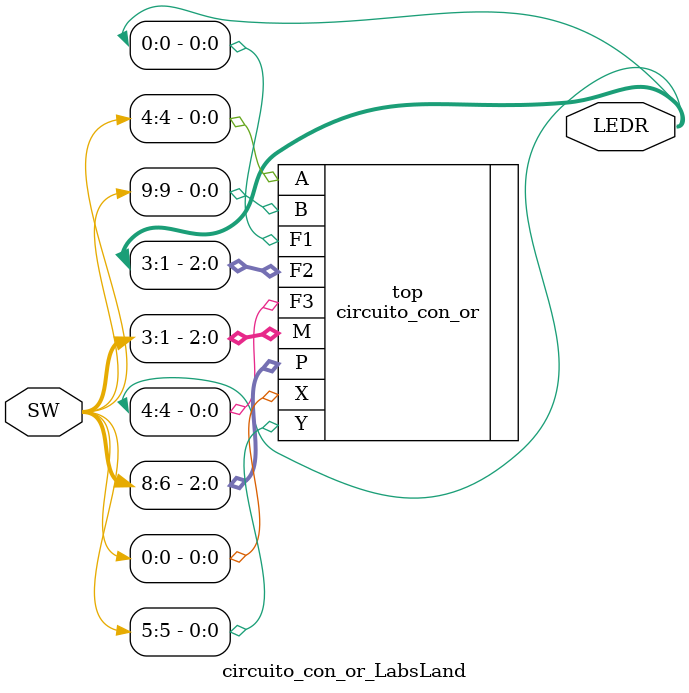
<source format=v>
module circuito_con_or_LabsLand(
    input [9:0] SW,
	output [4:0] LEDR
);

circuito_con_or top(
     .X(SW[0]),
	 .Y(SW[5]),
	 .M(SW[3:1]),
	 .P(SW[8:6]),
	 .A(SW[4]),
	 .B(SW[9]),
	 .F1(LEDR[0]),
	 .F2(LEDR[3:1]),
	 .F3(LEDR[4])
);
endmodule
</source>
